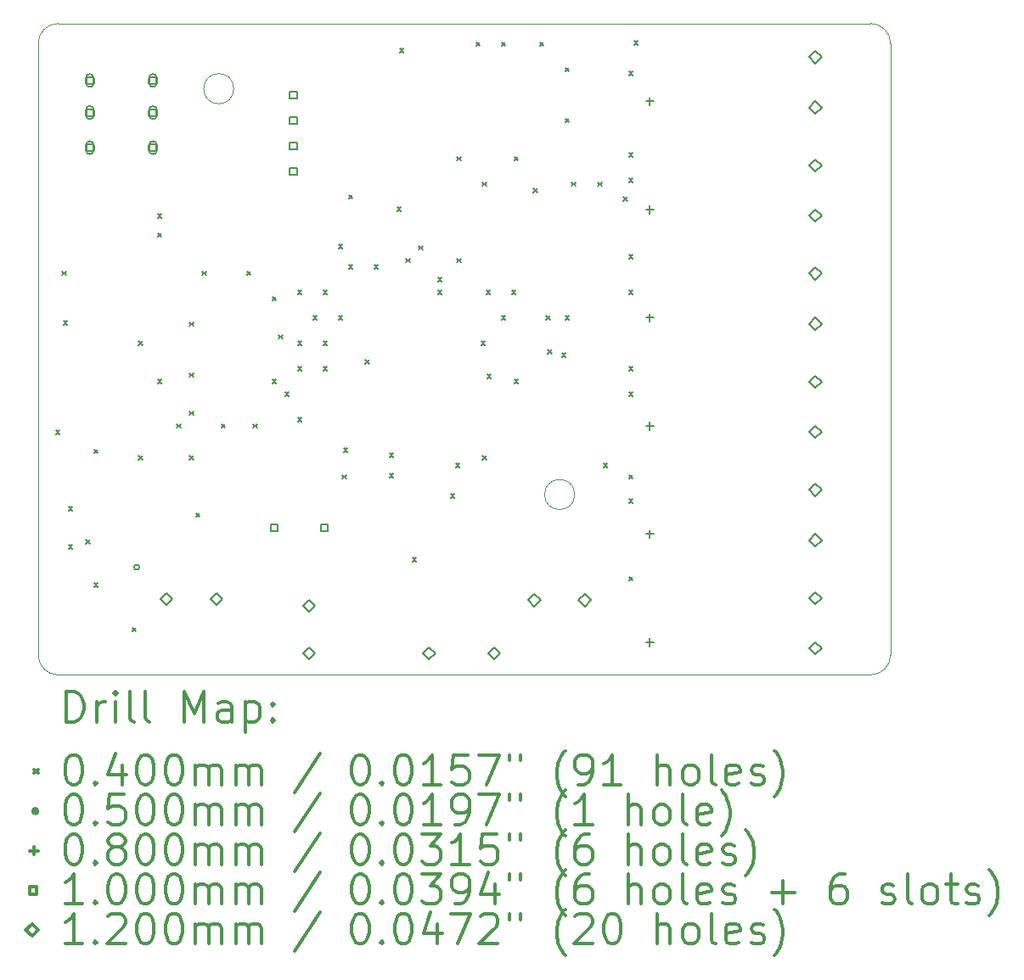
<source format=gbr>
%FSLAX45Y45*%
G04 Gerber Fmt 4.5, Leading zero omitted, Abs format (unit mm)*
G04 Created by KiCad (PCBNEW 5.1.10-88a1d61d58~90~ubuntu20.04.1) date 2021-08-15 15:08:53*
%MOMM*%
%LPD*%
G01*
G04 APERTURE LIST*
%TA.AperFunction,Profile*%
%ADD10C,0.050000*%
%TD*%
%ADD11C,0.200000*%
%ADD12C,0.300000*%
G04 APERTURE END LIST*
D10*
X18900000Y-5700000D02*
G75*
G02*
X19100000Y-5900000I0J-200000D01*
G01*
X19100000Y-12000000D02*
G75*
G02*
X18900000Y-12200000I-200000J0D01*
G01*
X10800000Y-12200000D02*
G75*
G02*
X10600000Y-12000000I0J200000D01*
G01*
X10600000Y-5900000D02*
G75*
G02*
X10800000Y-5700000I200000J0D01*
G01*
X19100000Y-5900000D02*
X19100000Y-12000000D01*
X10800000Y-5700000D02*
X18900000Y-5700000D01*
X10600000Y-12000000D02*
X10600000Y-5900000D01*
X18900000Y-12200000D02*
X10800000Y-12200000D01*
X12550000Y-6350000D02*
G75*
G03*
X12550000Y-6350000I-150000J0D01*
G01*
X15950000Y-10400000D02*
G75*
G03*
X15950000Y-10400000I-150000J0D01*
G01*
D11*
X10775000Y-9759000D02*
X10815000Y-9799000D01*
X10815000Y-9759000D02*
X10775000Y-9799000D01*
X10838500Y-8171500D02*
X10878500Y-8211500D01*
X10878500Y-8171500D02*
X10838500Y-8211500D01*
X10851200Y-8666800D02*
X10891200Y-8706800D01*
X10891200Y-8666800D02*
X10851200Y-8706800D01*
X10902000Y-10521000D02*
X10942000Y-10561000D01*
X10942000Y-10521000D02*
X10902000Y-10561000D01*
X10902000Y-10902000D02*
X10942000Y-10942000D01*
X10942000Y-10902000D02*
X10902000Y-10942000D01*
X11072944Y-10852501D02*
X11112944Y-10892501D01*
X11112944Y-10852501D02*
X11072944Y-10892501D01*
X11156000Y-9949500D02*
X11196000Y-9989500D01*
X11196000Y-9949500D02*
X11156000Y-9989500D01*
X11156000Y-11283000D02*
X11196000Y-11323000D01*
X11196000Y-11283000D02*
X11156000Y-11323000D01*
X11537000Y-11727500D02*
X11577000Y-11767500D01*
X11577000Y-11727500D02*
X11537000Y-11767500D01*
X11600500Y-8870000D02*
X11640500Y-8910000D01*
X11640500Y-8870000D02*
X11600500Y-8910000D01*
X11600500Y-10013000D02*
X11640500Y-10053000D01*
X11640500Y-10013000D02*
X11600500Y-10053000D01*
X11791000Y-7600000D02*
X11831000Y-7640000D01*
X11831000Y-7600000D02*
X11791000Y-7640000D01*
X11791000Y-7790500D02*
X11831000Y-7830500D01*
X11831000Y-7790500D02*
X11791000Y-7830500D01*
X11791000Y-9251000D02*
X11831000Y-9291000D01*
X11831000Y-9251000D02*
X11791000Y-9291000D01*
X11981500Y-9695500D02*
X12021500Y-9735500D01*
X12021500Y-9695500D02*
X11981500Y-9735500D01*
X12108500Y-8679500D02*
X12148500Y-8719500D01*
X12148500Y-8679500D02*
X12108500Y-8719500D01*
X12108500Y-9187500D02*
X12148500Y-9227500D01*
X12148500Y-9187500D02*
X12108500Y-9227500D01*
X12108500Y-9568500D02*
X12148500Y-9608500D01*
X12148500Y-9568500D02*
X12108500Y-9608500D01*
X12108500Y-10013000D02*
X12148500Y-10053000D01*
X12148500Y-10013000D02*
X12108500Y-10053000D01*
X12172000Y-10584500D02*
X12212000Y-10624500D01*
X12212000Y-10584500D02*
X12172000Y-10624500D01*
X12235500Y-8171500D02*
X12275500Y-8211500D01*
X12275500Y-8171500D02*
X12235500Y-8211500D01*
X12426000Y-9695500D02*
X12466000Y-9735500D01*
X12466000Y-9695500D02*
X12426000Y-9735500D01*
X12680000Y-8171500D02*
X12720000Y-8211500D01*
X12720000Y-8171500D02*
X12680000Y-8211500D01*
X12743500Y-9695500D02*
X12783500Y-9735500D01*
X12783500Y-9695500D02*
X12743500Y-9735500D01*
X12934000Y-8425500D02*
X12974000Y-8465500D01*
X12974000Y-8425500D02*
X12934000Y-8465500D01*
X12934000Y-9251000D02*
X12974000Y-9291000D01*
X12974000Y-9251000D02*
X12934000Y-9291000D01*
X12997500Y-8806500D02*
X13037500Y-8846500D01*
X13037500Y-8806500D02*
X12997500Y-8846500D01*
X13061000Y-9378000D02*
X13101000Y-9418000D01*
X13101000Y-9378000D02*
X13061000Y-9418000D01*
X13188000Y-8362000D02*
X13228000Y-8402000D01*
X13228000Y-8362000D02*
X13188000Y-8402000D01*
X13188000Y-8870000D02*
X13228000Y-8910000D01*
X13228000Y-8870000D02*
X13188000Y-8910000D01*
X13188000Y-9124000D02*
X13228000Y-9164000D01*
X13228000Y-9124000D02*
X13188000Y-9164000D01*
X13188000Y-9632000D02*
X13228000Y-9672000D01*
X13228000Y-9632000D02*
X13188000Y-9672000D01*
X13340400Y-8616000D02*
X13380400Y-8656000D01*
X13380400Y-8616000D02*
X13340400Y-8656000D01*
X13442000Y-8362000D02*
X13482000Y-8402000D01*
X13482000Y-8362000D02*
X13442000Y-8402000D01*
X13442000Y-8870000D02*
X13482000Y-8910000D01*
X13482000Y-8870000D02*
X13442000Y-8910000D01*
X13442000Y-9124000D02*
X13482000Y-9164000D01*
X13482000Y-9124000D02*
X13442000Y-9164000D01*
X13594400Y-7904800D02*
X13634400Y-7944800D01*
X13634400Y-7904800D02*
X13594400Y-7944800D01*
X13594400Y-8616000D02*
X13634400Y-8656000D01*
X13634400Y-8616000D02*
X13594400Y-8656000D01*
X13632500Y-10203500D02*
X13672500Y-10243500D01*
X13672500Y-10203500D02*
X13632500Y-10243500D01*
X13645200Y-9936800D02*
X13685200Y-9976800D01*
X13685200Y-9936800D02*
X13645200Y-9976800D01*
X13696000Y-7409500D02*
X13736000Y-7449500D01*
X13736000Y-7409500D02*
X13696000Y-7449500D01*
X13696000Y-8108000D02*
X13736000Y-8148000D01*
X13736000Y-8108000D02*
X13696000Y-8148000D01*
X13863930Y-9057650D02*
X13903930Y-9097650D01*
X13903930Y-9057650D02*
X13863930Y-9097650D01*
X13950000Y-8108000D02*
X13990000Y-8148000D01*
X13990000Y-8108000D02*
X13950000Y-8148000D01*
X14102400Y-9987600D02*
X14142400Y-10027600D01*
X14142400Y-9987600D02*
X14102400Y-10027600D01*
X14102400Y-10190800D02*
X14142400Y-10230800D01*
X14142400Y-10190800D02*
X14102400Y-10230800D01*
X14178092Y-7535338D02*
X14218092Y-7575338D01*
X14218092Y-7535338D02*
X14178092Y-7575338D01*
X14204000Y-5949000D02*
X14244000Y-5989000D01*
X14244000Y-5949000D02*
X14204000Y-5989000D01*
X14267500Y-8044500D02*
X14307500Y-8084500D01*
X14307500Y-8044500D02*
X14267500Y-8084500D01*
X14331000Y-11029000D02*
X14371000Y-11069000D01*
X14371000Y-11029000D02*
X14331000Y-11069000D01*
X14394500Y-7917500D02*
X14434500Y-7957500D01*
X14434500Y-7917500D02*
X14394500Y-7957500D01*
X14585000Y-8235000D02*
X14625000Y-8275000D01*
X14625000Y-8235000D02*
X14585000Y-8275000D01*
X14585000Y-8362000D02*
X14625000Y-8402000D01*
X14625000Y-8362000D02*
X14585000Y-8402000D01*
X14712000Y-10394000D02*
X14752000Y-10434000D01*
X14752000Y-10394000D02*
X14712000Y-10434000D01*
X14762800Y-10089200D02*
X14802800Y-10129200D01*
X14802800Y-10089200D02*
X14762800Y-10129200D01*
X14775500Y-7028500D02*
X14815500Y-7068500D01*
X14815500Y-7028500D02*
X14775500Y-7068500D01*
X14775500Y-8044500D02*
X14815500Y-8084500D01*
X14815500Y-8044500D02*
X14775500Y-8084500D01*
X14966000Y-5885500D02*
X15006000Y-5925500D01*
X15006000Y-5885500D02*
X14966000Y-5925500D01*
X15015925Y-8868514D02*
X15055925Y-8908514D01*
X15055925Y-8868514D02*
X15015925Y-8908514D01*
X15029500Y-7282500D02*
X15069500Y-7322500D01*
X15069500Y-7282500D02*
X15029500Y-7322500D01*
X15029500Y-10013000D02*
X15069500Y-10053000D01*
X15069500Y-10013000D02*
X15029500Y-10053000D01*
X15067600Y-8362000D02*
X15107600Y-8402000D01*
X15107600Y-8362000D02*
X15067600Y-8402000D01*
X15075047Y-9200183D02*
X15115047Y-9240183D01*
X15115047Y-9200183D02*
X15075047Y-9240183D01*
X15220000Y-5885500D02*
X15260000Y-5925500D01*
X15260000Y-5885500D02*
X15220000Y-5925500D01*
X15220000Y-8616000D02*
X15260000Y-8656000D01*
X15260000Y-8616000D02*
X15220000Y-8656000D01*
X15321600Y-8362000D02*
X15361600Y-8402000D01*
X15361600Y-8362000D02*
X15321600Y-8402000D01*
X15347000Y-7028500D02*
X15387000Y-7068500D01*
X15387000Y-7028500D02*
X15347000Y-7068500D01*
X15347000Y-9251000D02*
X15387000Y-9291000D01*
X15387000Y-9251000D02*
X15347000Y-9291000D01*
X15537500Y-7346000D02*
X15577500Y-7386000D01*
X15577500Y-7346000D02*
X15537500Y-7386000D01*
X15601000Y-5885500D02*
X15641000Y-5925500D01*
X15641000Y-5885500D02*
X15601000Y-5925500D01*
X15664500Y-8616000D02*
X15704500Y-8656000D01*
X15704500Y-8616000D02*
X15664500Y-8656000D01*
X15684016Y-8953016D02*
X15724016Y-8993016D01*
X15724016Y-8953016D02*
X15684016Y-8993016D01*
X15820356Y-8986824D02*
X15860356Y-9026824D01*
X15860356Y-8986824D02*
X15820356Y-9026824D01*
X15855000Y-6139500D02*
X15895000Y-6179500D01*
X15895000Y-6139500D02*
X15855000Y-6179500D01*
X15855000Y-6647500D02*
X15895000Y-6687500D01*
X15895000Y-6647500D02*
X15855000Y-6687500D01*
X15855000Y-8616000D02*
X15895000Y-8656000D01*
X15895000Y-8616000D02*
X15855000Y-8656000D01*
X15918500Y-7282500D02*
X15958500Y-7322500D01*
X15958500Y-7282500D02*
X15918500Y-7322500D01*
X16181501Y-7282500D02*
X16221501Y-7322500D01*
X16221501Y-7282500D02*
X16181501Y-7322500D01*
X16236000Y-10089200D02*
X16276000Y-10129200D01*
X16276000Y-10089200D02*
X16236000Y-10129200D01*
X16436055Y-7433623D02*
X16476055Y-7473623D01*
X16476055Y-7433623D02*
X16436055Y-7473623D01*
X16490000Y-6177600D02*
X16530000Y-6217600D01*
X16530000Y-6177600D02*
X16490000Y-6217600D01*
X16490000Y-6990400D02*
X16530000Y-7030400D01*
X16530000Y-6990400D02*
X16490000Y-7030400D01*
X16490000Y-7244400D02*
X16530000Y-7284400D01*
X16530000Y-7244400D02*
X16490000Y-7284400D01*
X16490000Y-8006400D02*
X16530000Y-8046400D01*
X16530000Y-8006400D02*
X16490000Y-8046400D01*
X16490000Y-8362000D02*
X16530000Y-8402000D01*
X16530000Y-8362000D02*
X16490000Y-8402000D01*
X16490000Y-9124000D02*
X16530000Y-9164000D01*
X16530000Y-9124000D02*
X16490000Y-9164000D01*
X16490000Y-9378000D02*
X16530000Y-9418000D01*
X16530000Y-9378000D02*
X16490000Y-9418000D01*
X16490000Y-10203500D02*
X16530000Y-10243500D01*
X16530000Y-10203500D02*
X16490000Y-10243500D01*
X16490000Y-10444800D02*
X16530000Y-10484800D01*
X16530000Y-10444800D02*
X16490000Y-10484800D01*
X16490000Y-11219500D02*
X16530000Y-11259500D01*
X16530000Y-11219500D02*
X16490000Y-11259500D01*
X16540800Y-5872800D02*
X16580800Y-5912800D01*
X16580800Y-5872800D02*
X16540800Y-5912800D01*
X11607400Y-11125200D02*
G75*
G03*
X11607400Y-11125200I-25000J0D01*
G01*
X16700500Y-6437000D02*
X16700500Y-6517000D01*
X16660500Y-6477000D02*
X16740500Y-6477000D01*
X16700500Y-7516500D02*
X16700500Y-7596500D01*
X16660500Y-7556500D02*
X16740500Y-7556500D01*
X16700500Y-8596000D02*
X16700500Y-8676000D01*
X16660500Y-8636000D02*
X16740500Y-8636000D01*
X16700500Y-9675500D02*
X16700500Y-9755500D01*
X16660500Y-9715500D02*
X16740500Y-9715500D01*
X16700500Y-10755000D02*
X16700500Y-10835000D01*
X16660500Y-10795000D02*
X16740500Y-10795000D01*
X16700500Y-11834500D02*
X16700500Y-11914500D01*
X16660500Y-11874500D02*
X16740500Y-11874500D01*
X11150356Y-6304356D02*
X11150356Y-6233644D01*
X11079644Y-6233644D01*
X11079644Y-6304356D01*
X11150356Y-6304356D01*
X11075000Y-6244000D02*
X11075000Y-6294000D01*
X11155000Y-6244000D02*
X11155000Y-6294000D01*
X11075000Y-6294000D02*
G75*
G03*
X11155000Y-6294000I40000J0D01*
G01*
X11155000Y-6244000D02*
G75*
G03*
X11075000Y-6244000I-40000J0D01*
G01*
X11150356Y-6624356D02*
X11150356Y-6553644D01*
X11079644Y-6553644D01*
X11079644Y-6624356D01*
X11150356Y-6624356D01*
X11075000Y-6564000D02*
X11075000Y-6614000D01*
X11155000Y-6564000D02*
X11155000Y-6614000D01*
X11075000Y-6614000D02*
G75*
G03*
X11155000Y-6614000I40000J0D01*
G01*
X11155000Y-6564000D02*
G75*
G03*
X11075000Y-6564000I-40000J0D01*
G01*
X11150356Y-6974356D02*
X11150356Y-6903644D01*
X11079644Y-6903644D01*
X11079644Y-6974356D01*
X11150356Y-6974356D01*
X11075000Y-6914000D02*
X11075000Y-6964000D01*
X11155000Y-6914000D02*
X11155000Y-6964000D01*
X11075000Y-6964000D02*
G75*
G03*
X11155000Y-6964000I40000J0D01*
G01*
X11155000Y-6914000D02*
G75*
G03*
X11075000Y-6914000I-40000J0D01*
G01*
X11780356Y-6304356D02*
X11780356Y-6233644D01*
X11709644Y-6233644D01*
X11709644Y-6304356D01*
X11780356Y-6304356D01*
X11705000Y-6244000D02*
X11705000Y-6294000D01*
X11785000Y-6244000D02*
X11785000Y-6294000D01*
X11705000Y-6294000D02*
G75*
G03*
X11785000Y-6294000I40000J0D01*
G01*
X11785000Y-6244000D02*
G75*
G03*
X11705000Y-6244000I-40000J0D01*
G01*
X11780356Y-6624356D02*
X11780356Y-6553644D01*
X11709644Y-6553644D01*
X11709644Y-6624356D01*
X11780356Y-6624356D01*
X11705000Y-6564000D02*
X11705000Y-6614000D01*
X11785000Y-6564000D02*
X11785000Y-6614000D01*
X11705000Y-6614000D02*
G75*
G03*
X11785000Y-6614000I40000J0D01*
G01*
X11785000Y-6564000D02*
G75*
G03*
X11705000Y-6564000I-40000J0D01*
G01*
X11780356Y-6974356D02*
X11780356Y-6903644D01*
X11709644Y-6903644D01*
X11709644Y-6974356D01*
X11780356Y-6974356D01*
X11705000Y-6914000D02*
X11705000Y-6964000D01*
X11785000Y-6914000D02*
X11785000Y-6964000D01*
X11705000Y-6964000D02*
G75*
G03*
X11785000Y-6964000I40000J0D01*
G01*
X11785000Y-6914000D02*
G75*
G03*
X11705000Y-6914000I-40000J0D01*
G01*
X12989356Y-10766856D02*
X12989356Y-10696144D01*
X12918644Y-10696144D01*
X12918644Y-10766856D01*
X12989356Y-10766856D01*
X13179856Y-6448856D02*
X13179856Y-6378144D01*
X13109144Y-6378144D01*
X13109144Y-6448856D01*
X13179856Y-6448856D01*
X13179856Y-6702856D02*
X13179856Y-6632144D01*
X13109144Y-6632144D01*
X13109144Y-6702856D01*
X13179856Y-6702856D01*
X13179856Y-6956856D02*
X13179856Y-6886144D01*
X13109144Y-6886144D01*
X13109144Y-6956856D01*
X13179856Y-6956856D01*
X13179856Y-7210856D02*
X13179856Y-7140144D01*
X13109144Y-7140144D01*
X13109144Y-7210856D01*
X13179856Y-7210856D01*
X13489356Y-10766856D02*
X13489356Y-10696144D01*
X13418644Y-10696144D01*
X13418644Y-10766856D01*
X13489356Y-10766856D01*
X11878500Y-11502700D02*
X11938500Y-11442700D01*
X11878500Y-11382700D01*
X11818500Y-11442700D01*
X11878500Y-11502700D01*
X12378500Y-11502700D02*
X12438500Y-11442700D01*
X12378500Y-11382700D01*
X12318500Y-11442700D01*
X12378500Y-11502700D01*
X13299000Y-11572500D02*
X13359000Y-11512500D01*
X13299000Y-11452500D01*
X13239000Y-11512500D01*
X13299000Y-11572500D01*
X13299000Y-12042500D02*
X13359000Y-11982500D01*
X13299000Y-11922500D01*
X13239000Y-11982500D01*
X13299000Y-12042500D01*
X14499000Y-12042500D02*
X14559000Y-11982500D01*
X14499000Y-11922500D01*
X14439000Y-11982500D01*
X14499000Y-12042500D01*
X15149000Y-12042500D02*
X15209000Y-11982500D01*
X15149000Y-11922500D01*
X15089000Y-11982500D01*
X15149000Y-12042500D01*
X15548800Y-11515400D02*
X15608800Y-11455400D01*
X15548800Y-11395400D01*
X15488800Y-11455400D01*
X15548800Y-11515400D01*
X16048800Y-11515400D02*
X16108800Y-11455400D01*
X16048800Y-11395400D01*
X15988800Y-11455400D01*
X16048800Y-11515400D01*
X18351500Y-6096500D02*
X18411500Y-6036500D01*
X18351500Y-5976500D01*
X18291500Y-6036500D01*
X18351500Y-6096500D01*
X18351500Y-6596500D02*
X18411500Y-6536500D01*
X18351500Y-6476500D01*
X18291500Y-6536500D01*
X18351500Y-6596500D01*
X18351500Y-7176000D02*
X18411500Y-7116000D01*
X18351500Y-7056000D01*
X18291500Y-7116000D01*
X18351500Y-7176000D01*
X18351500Y-7676000D02*
X18411500Y-7616000D01*
X18351500Y-7556000D01*
X18291500Y-7616000D01*
X18351500Y-7676000D01*
X18351500Y-8255500D02*
X18411500Y-8195500D01*
X18351500Y-8135500D01*
X18291500Y-8195500D01*
X18351500Y-8255500D01*
X18351500Y-8755500D02*
X18411500Y-8695500D01*
X18351500Y-8635500D01*
X18291500Y-8695500D01*
X18351500Y-8755500D01*
X18351500Y-9335000D02*
X18411500Y-9275000D01*
X18351500Y-9215000D01*
X18291500Y-9275000D01*
X18351500Y-9335000D01*
X18351500Y-9835000D02*
X18411500Y-9775000D01*
X18351500Y-9715000D01*
X18291500Y-9775000D01*
X18351500Y-9835000D01*
X18351500Y-10414500D02*
X18411500Y-10354500D01*
X18351500Y-10294500D01*
X18291500Y-10354500D01*
X18351500Y-10414500D01*
X18351500Y-10914500D02*
X18411500Y-10854500D01*
X18351500Y-10794500D01*
X18291500Y-10854500D01*
X18351500Y-10914500D01*
X18351500Y-11494000D02*
X18411500Y-11434000D01*
X18351500Y-11374000D01*
X18291500Y-11434000D01*
X18351500Y-11494000D01*
X18351500Y-11994000D02*
X18411500Y-11934000D01*
X18351500Y-11874000D01*
X18291500Y-11934000D01*
X18351500Y-11994000D01*
D12*
X10883928Y-12668214D02*
X10883928Y-12368214D01*
X10955357Y-12368214D01*
X10998214Y-12382500D01*
X11026786Y-12411071D01*
X11041071Y-12439643D01*
X11055357Y-12496786D01*
X11055357Y-12539643D01*
X11041071Y-12596786D01*
X11026786Y-12625357D01*
X10998214Y-12653929D01*
X10955357Y-12668214D01*
X10883928Y-12668214D01*
X11183928Y-12668214D02*
X11183928Y-12468214D01*
X11183928Y-12525357D02*
X11198214Y-12496786D01*
X11212500Y-12482500D01*
X11241071Y-12468214D01*
X11269643Y-12468214D01*
X11369643Y-12668214D02*
X11369643Y-12468214D01*
X11369643Y-12368214D02*
X11355357Y-12382500D01*
X11369643Y-12396786D01*
X11383928Y-12382500D01*
X11369643Y-12368214D01*
X11369643Y-12396786D01*
X11555357Y-12668214D02*
X11526786Y-12653929D01*
X11512500Y-12625357D01*
X11512500Y-12368214D01*
X11712500Y-12668214D02*
X11683928Y-12653929D01*
X11669643Y-12625357D01*
X11669643Y-12368214D01*
X12055357Y-12668214D02*
X12055357Y-12368214D01*
X12155357Y-12582500D01*
X12255357Y-12368214D01*
X12255357Y-12668214D01*
X12526786Y-12668214D02*
X12526786Y-12511071D01*
X12512500Y-12482500D01*
X12483928Y-12468214D01*
X12426786Y-12468214D01*
X12398214Y-12482500D01*
X12526786Y-12653929D02*
X12498214Y-12668214D01*
X12426786Y-12668214D01*
X12398214Y-12653929D01*
X12383928Y-12625357D01*
X12383928Y-12596786D01*
X12398214Y-12568214D01*
X12426786Y-12553929D01*
X12498214Y-12553929D01*
X12526786Y-12539643D01*
X12669643Y-12468214D02*
X12669643Y-12768214D01*
X12669643Y-12482500D02*
X12698214Y-12468214D01*
X12755357Y-12468214D01*
X12783928Y-12482500D01*
X12798214Y-12496786D01*
X12812500Y-12525357D01*
X12812500Y-12611071D01*
X12798214Y-12639643D01*
X12783928Y-12653929D01*
X12755357Y-12668214D01*
X12698214Y-12668214D01*
X12669643Y-12653929D01*
X12941071Y-12639643D02*
X12955357Y-12653929D01*
X12941071Y-12668214D01*
X12926786Y-12653929D01*
X12941071Y-12639643D01*
X12941071Y-12668214D01*
X12941071Y-12482500D02*
X12955357Y-12496786D01*
X12941071Y-12511071D01*
X12926786Y-12496786D01*
X12941071Y-12482500D01*
X12941071Y-12511071D01*
X10557500Y-13142500D02*
X10597500Y-13182500D01*
X10597500Y-13142500D02*
X10557500Y-13182500D01*
X10941071Y-12998214D02*
X10969643Y-12998214D01*
X10998214Y-13012500D01*
X11012500Y-13026786D01*
X11026786Y-13055357D01*
X11041071Y-13112500D01*
X11041071Y-13183929D01*
X11026786Y-13241071D01*
X11012500Y-13269643D01*
X10998214Y-13283929D01*
X10969643Y-13298214D01*
X10941071Y-13298214D01*
X10912500Y-13283929D01*
X10898214Y-13269643D01*
X10883928Y-13241071D01*
X10869643Y-13183929D01*
X10869643Y-13112500D01*
X10883928Y-13055357D01*
X10898214Y-13026786D01*
X10912500Y-13012500D01*
X10941071Y-12998214D01*
X11169643Y-13269643D02*
X11183928Y-13283929D01*
X11169643Y-13298214D01*
X11155357Y-13283929D01*
X11169643Y-13269643D01*
X11169643Y-13298214D01*
X11441071Y-13098214D02*
X11441071Y-13298214D01*
X11369643Y-12983929D02*
X11298214Y-13198214D01*
X11483928Y-13198214D01*
X11655357Y-12998214D02*
X11683928Y-12998214D01*
X11712500Y-13012500D01*
X11726786Y-13026786D01*
X11741071Y-13055357D01*
X11755357Y-13112500D01*
X11755357Y-13183929D01*
X11741071Y-13241071D01*
X11726786Y-13269643D01*
X11712500Y-13283929D01*
X11683928Y-13298214D01*
X11655357Y-13298214D01*
X11626786Y-13283929D01*
X11612500Y-13269643D01*
X11598214Y-13241071D01*
X11583928Y-13183929D01*
X11583928Y-13112500D01*
X11598214Y-13055357D01*
X11612500Y-13026786D01*
X11626786Y-13012500D01*
X11655357Y-12998214D01*
X11941071Y-12998214D02*
X11969643Y-12998214D01*
X11998214Y-13012500D01*
X12012500Y-13026786D01*
X12026786Y-13055357D01*
X12041071Y-13112500D01*
X12041071Y-13183929D01*
X12026786Y-13241071D01*
X12012500Y-13269643D01*
X11998214Y-13283929D01*
X11969643Y-13298214D01*
X11941071Y-13298214D01*
X11912500Y-13283929D01*
X11898214Y-13269643D01*
X11883928Y-13241071D01*
X11869643Y-13183929D01*
X11869643Y-13112500D01*
X11883928Y-13055357D01*
X11898214Y-13026786D01*
X11912500Y-13012500D01*
X11941071Y-12998214D01*
X12169643Y-13298214D02*
X12169643Y-13098214D01*
X12169643Y-13126786D02*
X12183928Y-13112500D01*
X12212500Y-13098214D01*
X12255357Y-13098214D01*
X12283928Y-13112500D01*
X12298214Y-13141071D01*
X12298214Y-13298214D01*
X12298214Y-13141071D02*
X12312500Y-13112500D01*
X12341071Y-13098214D01*
X12383928Y-13098214D01*
X12412500Y-13112500D01*
X12426786Y-13141071D01*
X12426786Y-13298214D01*
X12569643Y-13298214D02*
X12569643Y-13098214D01*
X12569643Y-13126786D02*
X12583928Y-13112500D01*
X12612500Y-13098214D01*
X12655357Y-13098214D01*
X12683928Y-13112500D01*
X12698214Y-13141071D01*
X12698214Y-13298214D01*
X12698214Y-13141071D02*
X12712500Y-13112500D01*
X12741071Y-13098214D01*
X12783928Y-13098214D01*
X12812500Y-13112500D01*
X12826786Y-13141071D01*
X12826786Y-13298214D01*
X13412500Y-12983929D02*
X13155357Y-13369643D01*
X13798214Y-12998214D02*
X13826786Y-12998214D01*
X13855357Y-13012500D01*
X13869643Y-13026786D01*
X13883928Y-13055357D01*
X13898214Y-13112500D01*
X13898214Y-13183929D01*
X13883928Y-13241071D01*
X13869643Y-13269643D01*
X13855357Y-13283929D01*
X13826786Y-13298214D01*
X13798214Y-13298214D01*
X13769643Y-13283929D01*
X13755357Y-13269643D01*
X13741071Y-13241071D01*
X13726786Y-13183929D01*
X13726786Y-13112500D01*
X13741071Y-13055357D01*
X13755357Y-13026786D01*
X13769643Y-13012500D01*
X13798214Y-12998214D01*
X14026786Y-13269643D02*
X14041071Y-13283929D01*
X14026786Y-13298214D01*
X14012500Y-13283929D01*
X14026786Y-13269643D01*
X14026786Y-13298214D01*
X14226786Y-12998214D02*
X14255357Y-12998214D01*
X14283928Y-13012500D01*
X14298214Y-13026786D01*
X14312500Y-13055357D01*
X14326786Y-13112500D01*
X14326786Y-13183929D01*
X14312500Y-13241071D01*
X14298214Y-13269643D01*
X14283928Y-13283929D01*
X14255357Y-13298214D01*
X14226786Y-13298214D01*
X14198214Y-13283929D01*
X14183928Y-13269643D01*
X14169643Y-13241071D01*
X14155357Y-13183929D01*
X14155357Y-13112500D01*
X14169643Y-13055357D01*
X14183928Y-13026786D01*
X14198214Y-13012500D01*
X14226786Y-12998214D01*
X14612500Y-13298214D02*
X14441071Y-13298214D01*
X14526786Y-13298214D02*
X14526786Y-12998214D01*
X14498214Y-13041071D01*
X14469643Y-13069643D01*
X14441071Y-13083929D01*
X14883928Y-12998214D02*
X14741071Y-12998214D01*
X14726786Y-13141071D01*
X14741071Y-13126786D01*
X14769643Y-13112500D01*
X14841071Y-13112500D01*
X14869643Y-13126786D01*
X14883928Y-13141071D01*
X14898214Y-13169643D01*
X14898214Y-13241071D01*
X14883928Y-13269643D01*
X14869643Y-13283929D01*
X14841071Y-13298214D01*
X14769643Y-13298214D01*
X14741071Y-13283929D01*
X14726786Y-13269643D01*
X14998214Y-12998214D02*
X15198214Y-12998214D01*
X15069643Y-13298214D01*
X15298214Y-12998214D02*
X15298214Y-13055357D01*
X15412500Y-12998214D02*
X15412500Y-13055357D01*
X15855357Y-13412500D02*
X15841071Y-13398214D01*
X15812500Y-13355357D01*
X15798214Y-13326786D01*
X15783928Y-13283929D01*
X15769643Y-13212500D01*
X15769643Y-13155357D01*
X15783928Y-13083929D01*
X15798214Y-13041071D01*
X15812500Y-13012500D01*
X15841071Y-12969643D01*
X15855357Y-12955357D01*
X15983928Y-13298214D02*
X16041071Y-13298214D01*
X16069643Y-13283929D01*
X16083928Y-13269643D01*
X16112500Y-13226786D01*
X16126786Y-13169643D01*
X16126786Y-13055357D01*
X16112500Y-13026786D01*
X16098214Y-13012500D01*
X16069643Y-12998214D01*
X16012500Y-12998214D01*
X15983928Y-13012500D01*
X15969643Y-13026786D01*
X15955357Y-13055357D01*
X15955357Y-13126786D01*
X15969643Y-13155357D01*
X15983928Y-13169643D01*
X16012500Y-13183929D01*
X16069643Y-13183929D01*
X16098214Y-13169643D01*
X16112500Y-13155357D01*
X16126786Y-13126786D01*
X16412500Y-13298214D02*
X16241071Y-13298214D01*
X16326786Y-13298214D02*
X16326786Y-12998214D01*
X16298214Y-13041071D01*
X16269643Y-13069643D01*
X16241071Y-13083929D01*
X16769643Y-13298214D02*
X16769643Y-12998214D01*
X16898214Y-13298214D02*
X16898214Y-13141071D01*
X16883928Y-13112500D01*
X16855357Y-13098214D01*
X16812500Y-13098214D01*
X16783928Y-13112500D01*
X16769643Y-13126786D01*
X17083928Y-13298214D02*
X17055357Y-13283929D01*
X17041071Y-13269643D01*
X17026786Y-13241071D01*
X17026786Y-13155357D01*
X17041071Y-13126786D01*
X17055357Y-13112500D01*
X17083928Y-13098214D01*
X17126786Y-13098214D01*
X17155357Y-13112500D01*
X17169643Y-13126786D01*
X17183928Y-13155357D01*
X17183928Y-13241071D01*
X17169643Y-13269643D01*
X17155357Y-13283929D01*
X17126786Y-13298214D01*
X17083928Y-13298214D01*
X17355357Y-13298214D02*
X17326786Y-13283929D01*
X17312500Y-13255357D01*
X17312500Y-12998214D01*
X17583928Y-13283929D02*
X17555357Y-13298214D01*
X17498214Y-13298214D01*
X17469643Y-13283929D01*
X17455357Y-13255357D01*
X17455357Y-13141071D01*
X17469643Y-13112500D01*
X17498214Y-13098214D01*
X17555357Y-13098214D01*
X17583928Y-13112500D01*
X17598214Y-13141071D01*
X17598214Y-13169643D01*
X17455357Y-13198214D01*
X17712500Y-13283929D02*
X17741071Y-13298214D01*
X17798214Y-13298214D01*
X17826786Y-13283929D01*
X17841071Y-13255357D01*
X17841071Y-13241071D01*
X17826786Y-13212500D01*
X17798214Y-13198214D01*
X17755357Y-13198214D01*
X17726786Y-13183929D01*
X17712500Y-13155357D01*
X17712500Y-13141071D01*
X17726786Y-13112500D01*
X17755357Y-13098214D01*
X17798214Y-13098214D01*
X17826786Y-13112500D01*
X17941071Y-13412500D02*
X17955357Y-13398214D01*
X17983928Y-13355357D01*
X17998214Y-13326786D01*
X18012500Y-13283929D01*
X18026786Y-13212500D01*
X18026786Y-13155357D01*
X18012500Y-13083929D01*
X17998214Y-13041071D01*
X17983928Y-13012500D01*
X17955357Y-12969643D01*
X17941071Y-12955357D01*
X10597500Y-13558500D02*
G75*
G03*
X10597500Y-13558500I-25000J0D01*
G01*
X10941071Y-13394214D02*
X10969643Y-13394214D01*
X10998214Y-13408500D01*
X11012500Y-13422786D01*
X11026786Y-13451357D01*
X11041071Y-13508500D01*
X11041071Y-13579929D01*
X11026786Y-13637071D01*
X11012500Y-13665643D01*
X10998214Y-13679929D01*
X10969643Y-13694214D01*
X10941071Y-13694214D01*
X10912500Y-13679929D01*
X10898214Y-13665643D01*
X10883928Y-13637071D01*
X10869643Y-13579929D01*
X10869643Y-13508500D01*
X10883928Y-13451357D01*
X10898214Y-13422786D01*
X10912500Y-13408500D01*
X10941071Y-13394214D01*
X11169643Y-13665643D02*
X11183928Y-13679929D01*
X11169643Y-13694214D01*
X11155357Y-13679929D01*
X11169643Y-13665643D01*
X11169643Y-13694214D01*
X11455357Y-13394214D02*
X11312500Y-13394214D01*
X11298214Y-13537071D01*
X11312500Y-13522786D01*
X11341071Y-13508500D01*
X11412500Y-13508500D01*
X11441071Y-13522786D01*
X11455357Y-13537071D01*
X11469643Y-13565643D01*
X11469643Y-13637071D01*
X11455357Y-13665643D01*
X11441071Y-13679929D01*
X11412500Y-13694214D01*
X11341071Y-13694214D01*
X11312500Y-13679929D01*
X11298214Y-13665643D01*
X11655357Y-13394214D02*
X11683928Y-13394214D01*
X11712500Y-13408500D01*
X11726786Y-13422786D01*
X11741071Y-13451357D01*
X11755357Y-13508500D01*
X11755357Y-13579929D01*
X11741071Y-13637071D01*
X11726786Y-13665643D01*
X11712500Y-13679929D01*
X11683928Y-13694214D01*
X11655357Y-13694214D01*
X11626786Y-13679929D01*
X11612500Y-13665643D01*
X11598214Y-13637071D01*
X11583928Y-13579929D01*
X11583928Y-13508500D01*
X11598214Y-13451357D01*
X11612500Y-13422786D01*
X11626786Y-13408500D01*
X11655357Y-13394214D01*
X11941071Y-13394214D02*
X11969643Y-13394214D01*
X11998214Y-13408500D01*
X12012500Y-13422786D01*
X12026786Y-13451357D01*
X12041071Y-13508500D01*
X12041071Y-13579929D01*
X12026786Y-13637071D01*
X12012500Y-13665643D01*
X11998214Y-13679929D01*
X11969643Y-13694214D01*
X11941071Y-13694214D01*
X11912500Y-13679929D01*
X11898214Y-13665643D01*
X11883928Y-13637071D01*
X11869643Y-13579929D01*
X11869643Y-13508500D01*
X11883928Y-13451357D01*
X11898214Y-13422786D01*
X11912500Y-13408500D01*
X11941071Y-13394214D01*
X12169643Y-13694214D02*
X12169643Y-13494214D01*
X12169643Y-13522786D02*
X12183928Y-13508500D01*
X12212500Y-13494214D01*
X12255357Y-13494214D01*
X12283928Y-13508500D01*
X12298214Y-13537071D01*
X12298214Y-13694214D01*
X12298214Y-13537071D02*
X12312500Y-13508500D01*
X12341071Y-13494214D01*
X12383928Y-13494214D01*
X12412500Y-13508500D01*
X12426786Y-13537071D01*
X12426786Y-13694214D01*
X12569643Y-13694214D02*
X12569643Y-13494214D01*
X12569643Y-13522786D02*
X12583928Y-13508500D01*
X12612500Y-13494214D01*
X12655357Y-13494214D01*
X12683928Y-13508500D01*
X12698214Y-13537071D01*
X12698214Y-13694214D01*
X12698214Y-13537071D02*
X12712500Y-13508500D01*
X12741071Y-13494214D01*
X12783928Y-13494214D01*
X12812500Y-13508500D01*
X12826786Y-13537071D01*
X12826786Y-13694214D01*
X13412500Y-13379929D02*
X13155357Y-13765643D01*
X13798214Y-13394214D02*
X13826786Y-13394214D01*
X13855357Y-13408500D01*
X13869643Y-13422786D01*
X13883928Y-13451357D01*
X13898214Y-13508500D01*
X13898214Y-13579929D01*
X13883928Y-13637071D01*
X13869643Y-13665643D01*
X13855357Y-13679929D01*
X13826786Y-13694214D01*
X13798214Y-13694214D01*
X13769643Y-13679929D01*
X13755357Y-13665643D01*
X13741071Y-13637071D01*
X13726786Y-13579929D01*
X13726786Y-13508500D01*
X13741071Y-13451357D01*
X13755357Y-13422786D01*
X13769643Y-13408500D01*
X13798214Y-13394214D01*
X14026786Y-13665643D02*
X14041071Y-13679929D01*
X14026786Y-13694214D01*
X14012500Y-13679929D01*
X14026786Y-13665643D01*
X14026786Y-13694214D01*
X14226786Y-13394214D02*
X14255357Y-13394214D01*
X14283928Y-13408500D01*
X14298214Y-13422786D01*
X14312500Y-13451357D01*
X14326786Y-13508500D01*
X14326786Y-13579929D01*
X14312500Y-13637071D01*
X14298214Y-13665643D01*
X14283928Y-13679929D01*
X14255357Y-13694214D01*
X14226786Y-13694214D01*
X14198214Y-13679929D01*
X14183928Y-13665643D01*
X14169643Y-13637071D01*
X14155357Y-13579929D01*
X14155357Y-13508500D01*
X14169643Y-13451357D01*
X14183928Y-13422786D01*
X14198214Y-13408500D01*
X14226786Y-13394214D01*
X14612500Y-13694214D02*
X14441071Y-13694214D01*
X14526786Y-13694214D02*
X14526786Y-13394214D01*
X14498214Y-13437071D01*
X14469643Y-13465643D01*
X14441071Y-13479929D01*
X14755357Y-13694214D02*
X14812500Y-13694214D01*
X14841071Y-13679929D01*
X14855357Y-13665643D01*
X14883928Y-13622786D01*
X14898214Y-13565643D01*
X14898214Y-13451357D01*
X14883928Y-13422786D01*
X14869643Y-13408500D01*
X14841071Y-13394214D01*
X14783928Y-13394214D01*
X14755357Y-13408500D01*
X14741071Y-13422786D01*
X14726786Y-13451357D01*
X14726786Y-13522786D01*
X14741071Y-13551357D01*
X14755357Y-13565643D01*
X14783928Y-13579929D01*
X14841071Y-13579929D01*
X14869643Y-13565643D01*
X14883928Y-13551357D01*
X14898214Y-13522786D01*
X14998214Y-13394214D02*
X15198214Y-13394214D01*
X15069643Y-13694214D01*
X15298214Y-13394214D02*
X15298214Y-13451357D01*
X15412500Y-13394214D02*
X15412500Y-13451357D01*
X15855357Y-13808500D02*
X15841071Y-13794214D01*
X15812500Y-13751357D01*
X15798214Y-13722786D01*
X15783928Y-13679929D01*
X15769643Y-13608500D01*
X15769643Y-13551357D01*
X15783928Y-13479929D01*
X15798214Y-13437071D01*
X15812500Y-13408500D01*
X15841071Y-13365643D01*
X15855357Y-13351357D01*
X16126786Y-13694214D02*
X15955357Y-13694214D01*
X16041071Y-13694214D02*
X16041071Y-13394214D01*
X16012500Y-13437071D01*
X15983928Y-13465643D01*
X15955357Y-13479929D01*
X16483928Y-13694214D02*
X16483928Y-13394214D01*
X16612500Y-13694214D02*
X16612500Y-13537071D01*
X16598214Y-13508500D01*
X16569643Y-13494214D01*
X16526786Y-13494214D01*
X16498214Y-13508500D01*
X16483928Y-13522786D01*
X16798214Y-13694214D02*
X16769643Y-13679929D01*
X16755357Y-13665643D01*
X16741071Y-13637071D01*
X16741071Y-13551357D01*
X16755357Y-13522786D01*
X16769643Y-13508500D01*
X16798214Y-13494214D01*
X16841071Y-13494214D01*
X16869643Y-13508500D01*
X16883928Y-13522786D01*
X16898214Y-13551357D01*
X16898214Y-13637071D01*
X16883928Y-13665643D01*
X16869643Y-13679929D01*
X16841071Y-13694214D01*
X16798214Y-13694214D01*
X17069643Y-13694214D02*
X17041071Y-13679929D01*
X17026786Y-13651357D01*
X17026786Y-13394214D01*
X17298214Y-13679929D02*
X17269643Y-13694214D01*
X17212500Y-13694214D01*
X17183928Y-13679929D01*
X17169643Y-13651357D01*
X17169643Y-13537071D01*
X17183928Y-13508500D01*
X17212500Y-13494214D01*
X17269643Y-13494214D01*
X17298214Y-13508500D01*
X17312500Y-13537071D01*
X17312500Y-13565643D01*
X17169643Y-13594214D01*
X17412500Y-13808500D02*
X17426786Y-13794214D01*
X17455357Y-13751357D01*
X17469643Y-13722786D01*
X17483928Y-13679929D01*
X17498214Y-13608500D01*
X17498214Y-13551357D01*
X17483928Y-13479929D01*
X17469643Y-13437071D01*
X17455357Y-13408500D01*
X17426786Y-13365643D01*
X17412500Y-13351357D01*
X10557500Y-13914500D02*
X10557500Y-13994500D01*
X10517500Y-13954500D02*
X10597500Y-13954500D01*
X10941071Y-13790214D02*
X10969643Y-13790214D01*
X10998214Y-13804500D01*
X11012500Y-13818786D01*
X11026786Y-13847357D01*
X11041071Y-13904500D01*
X11041071Y-13975929D01*
X11026786Y-14033071D01*
X11012500Y-14061643D01*
X10998214Y-14075929D01*
X10969643Y-14090214D01*
X10941071Y-14090214D01*
X10912500Y-14075929D01*
X10898214Y-14061643D01*
X10883928Y-14033071D01*
X10869643Y-13975929D01*
X10869643Y-13904500D01*
X10883928Y-13847357D01*
X10898214Y-13818786D01*
X10912500Y-13804500D01*
X10941071Y-13790214D01*
X11169643Y-14061643D02*
X11183928Y-14075929D01*
X11169643Y-14090214D01*
X11155357Y-14075929D01*
X11169643Y-14061643D01*
X11169643Y-14090214D01*
X11355357Y-13918786D02*
X11326786Y-13904500D01*
X11312500Y-13890214D01*
X11298214Y-13861643D01*
X11298214Y-13847357D01*
X11312500Y-13818786D01*
X11326786Y-13804500D01*
X11355357Y-13790214D01*
X11412500Y-13790214D01*
X11441071Y-13804500D01*
X11455357Y-13818786D01*
X11469643Y-13847357D01*
X11469643Y-13861643D01*
X11455357Y-13890214D01*
X11441071Y-13904500D01*
X11412500Y-13918786D01*
X11355357Y-13918786D01*
X11326786Y-13933071D01*
X11312500Y-13947357D01*
X11298214Y-13975929D01*
X11298214Y-14033071D01*
X11312500Y-14061643D01*
X11326786Y-14075929D01*
X11355357Y-14090214D01*
X11412500Y-14090214D01*
X11441071Y-14075929D01*
X11455357Y-14061643D01*
X11469643Y-14033071D01*
X11469643Y-13975929D01*
X11455357Y-13947357D01*
X11441071Y-13933071D01*
X11412500Y-13918786D01*
X11655357Y-13790214D02*
X11683928Y-13790214D01*
X11712500Y-13804500D01*
X11726786Y-13818786D01*
X11741071Y-13847357D01*
X11755357Y-13904500D01*
X11755357Y-13975929D01*
X11741071Y-14033071D01*
X11726786Y-14061643D01*
X11712500Y-14075929D01*
X11683928Y-14090214D01*
X11655357Y-14090214D01*
X11626786Y-14075929D01*
X11612500Y-14061643D01*
X11598214Y-14033071D01*
X11583928Y-13975929D01*
X11583928Y-13904500D01*
X11598214Y-13847357D01*
X11612500Y-13818786D01*
X11626786Y-13804500D01*
X11655357Y-13790214D01*
X11941071Y-13790214D02*
X11969643Y-13790214D01*
X11998214Y-13804500D01*
X12012500Y-13818786D01*
X12026786Y-13847357D01*
X12041071Y-13904500D01*
X12041071Y-13975929D01*
X12026786Y-14033071D01*
X12012500Y-14061643D01*
X11998214Y-14075929D01*
X11969643Y-14090214D01*
X11941071Y-14090214D01*
X11912500Y-14075929D01*
X11898214Y-14061643D01*
X11883928Y-14033071D01*
X11869643Y-13975929D01*
X11869643Y-13904500D01*
X11883928Y-13847357D01*
X11898214Y-13818786D01*
X11912500Y-13804500D01*
X11941071Y-13790214D01*
X12169643Y-14090214D02*
X12169643Y-13890214D01*
X12169643Y-13918786D02*
X12183928Y-13904500D01*
X12212500Y-13890214D01*
X12255357Y-13890214D01*
X12283928Y-13904500D01*
X12298214Y-13933071D01*
X12298214Y-14090214D01*
X12298214Y-13933071D02*
X12312500Y-13904500D01*
X12341071Y-13890214D01*
X12383928Y-13890214D01*
X12412500Y-13904500D01*
X12426786Y-13933071D01*
X12426786Y-14090214D01*
X12569643Y-14090214D02*
X12569643Y-13890214D01*
X12569643Y-13918786D02*
X12583928Y-13904500D01*
X12612500Y-13890214D01*
X12655357Y-13890214D01*
X12683928Y-13904500D01*
X12698214Y-13933071D01*
X12698214Y-14090214D01*
X12698214Y-13933071D02*
X12712500Y-13904500D01*
X12741071Y-13890214D01*
X12783928Y-13890214D01*
X12812500Y-13904500D01*
X12826786Y-13933071D01*
X12826786Y-14090214D01*
X13412500Y-13775929D02*
X13155357Y-14161643D01*
X13798214Y-13790214D02*
X13826786Y-13790214D01*
X13855357Y-13804500D01*
X13869643Y-13818786D01*
X13883928Y-13847357D01*
X13898214Y-13904500D01*
X13898214Y-13975929D01*
X13883928Y-14033071D01*
X13869643Y-14061643D01*
X13855357Y-14075929D01*
X13826786Y-14090214D01*
X13798214Y-14090214D01*
X13769643Y-14075929D01*
X13755357Y-14061643D01*
X13741071Y-14033071D01*
X13726786Y-13975929D01*
X13726786Y-13904500D01*
X13741071Y-13847357D01*
X13755357Y-13818786D01*
X13769643Y-13804500D01*
X13798214Y-13790214D01*
X14026786Y-14061643D02*
X14041071Y-14075929D01*
X14026786Y-14090214D01*
X14012500Y-14075929D01*
X14026786Y-14061643D01*
X14026786Y-14090214D01*
X14226786Y-13790214D02*
X14255357Y-13790214D01*
X14283928Y-13804500D01*
X14298214Y-13818786D01*
X14312500Y-13847357D01*
X14326786Y-13904500D01*
X14326786Y-13975929D01*
X14312500Y-14033071D01*
X14298214Y-14061643D01*
X14283928Y-14075929D01*
X14255357Y-14090214D01*
X14226786Y-14090214D01*
X14198214Y-14075929D01*
X14183928Y-14061643D01*
X14169643Y-14033071D01*
X14155357Y-13975929D01*
X14155357Y-13904500D01*
X14169643Y-13847357D01*
X14183928Y-13818786D01*
X14198214Y-13804500D01*
X14226786Y-13790214D01*
X14426786Y-13790214D02*
X14612500Y-13790214D01*
X14512500Y-13904500D01*
X14555357Y-13904500D01*
X14583928Y-13918786D01*
X14598214Y-13933071D01*
X14612500Y-13961643D01*
X14612500Y-14033071D01*
X14598214Y-14061643D01*
X14583928Y-14075929D01*
X14555357Y-14090214D01*
X14469643Y-14090214D01*
X14441071Y-14075929D01*
X14426786Y-14061643D01*
X14898214Y-14090214D02*
X14726786Y-14090214D01*
X14812500Y-14090214D02*
X14812500Y-13790214D01*
X14783928Y-13833071D01*
X14755357Y-13861643D01*
X14726786Y-13875929D01*
X15169643Y-13790214D02*
X15026786Y-13790214D01*
X15012500Y-13933071D01*
X15026786Y-13918786D01*
X15055357Y-13904500D01*
X15126786Y-13904500D01*
X15155357Y-13918786D01*
X15169643Y-13933071D01*
X15183928Y-13961643D01*
X15183928Y-14033071D01*
X15169643Y-14061643D01*
X15155357Y-14075929D01*
X15126786Y-14090214D01*
X15055357Y-14090214D01*
X15026786Y-14075929D01*
X15012500Y-14061643D01*
X15298214Y-13790214D02*
X15298214Y-13847357D01*
X15412500Y-13790214D02*
X15412500Y-13847357D01*
X15855357Y-14204500D02*
X15841071Y-14190214D01*
X15812500Y-14147357D01*
X15798214Y-14118786D01*
X15783928Y-14075929D01*
X15769643Y-14004500D01*
X15769643Y-13947357D01*
X15783928Y-13875929D01*
X15798214Y-13833071D01*
X15812500Y-13804500D01*
X15841071Y-13761643D01*
X15855357Y-13747357D01*
X16098214Y-13790214D02*
X16041071Y-13790214D01*
X16012500Y-13804500D01*
X15998214Y-13818786D01*
X15969643Y-13861643D01*
X15955357Y-13918786D01*
X15955357Y-14033071D01*
X15969643Y-14061643D01*
X15983928Y-14075929D01*
X16012500Y-14090214D01*
X16069643Y-14090214D01*
X16098214Y-14075929D01*
X16112500Y-14061643D01*
X16126786Y-14033071D01*
X16126786Y-13961643D01*
X16112500Y-13933071D01*
X16098214Y-13918786D01*
X16069643Y-13904500D01*
X16012500Y-13904500D01*
X15983928Y-13918786D01*
X15969643Y-13933071D01*
X15955357Y-13961643D01*
X16483928Y-14090214D02*
X16483928Y-13790214D01*
X16612500Y-14090214D02*
X16612500Y-13933071D01*
X16598214Y-13904500D01*
X16569643Y-13890214D01*
X16526786Y-13890214D01*
X16498214Y-13904500D01*
X16483928Y-13918786D01*
X16798214Y-14090214D02*
X16769643Y-14075929D01*
X16755357Y-14061643D01*
X16741071Y-14033071D01*
X16741071Y-13947357D01*
X16755357Y-13918786D01*
X16769643Y-13904500D01*
X16798214Y-13890214D01*
X16841071Y-13890214D01*
X16869643Y-13904500D01*
X16883928Y-13918786D01*
X16898214Y-13947357D01*
X16898214Y-14033071D01*
X16883928Y-14061643D01*
X16869643Y-14075929D01*
X16841071Y-14090214D01*
X16798214Y-14090214D01*
X17069643Y-14090214D02*
X17041071Y-14075929D01*
X17026786Y-14047357D01*
X17026786Y-13790214D01*
X17298214Y-14075929D02*
X17269643Y-14090214D01*
X17212500Y-14090214D01*
X17183928Y-14075929D01*
X17169643Y-14047357D01*
X17169643Y-13933071D01*
X17183928Y-13904500D01*
X17212500Y-13890214D01*
X17269643Y-13890214D01*
X17298214Y-13904500D01*
X17312500Y-13933071D01*
X17312500Y-13961643D01*
X17169643Y-13990214D01*
X17426786Y-14075929D02*
X17455357Y-14090214D01*
X17512500Y-14090214D01*
X17541071Y-14075929D01*
X17555357Y-14047357D01*
X17555357Y-14033071D01*
X17541071Y-14004500D01*
X17512500Y-13990214D01*
X17469643Y-13990214D01*
X17441071Y-13975929D01*
X17426786Y-13947357D01*
X17426786Y-13933071D01*
X17441071Y-13904500D01*
X17469643Y-13890214D01*
X17512500Y-13890214D01*
X17541071Y-13904500D01*
X17655357Y-14204500D02*
X17669643Y-14190214D01*
X17698214Y-14147357D01*
X17712500Y-14118786D01*
X17726786Y-14075929D01*
X17741071Y-14004500D01*
X17741071Y-13947357D01*
X17726786Y-13875929D01*
X17712500Y-13833071D01*
X17698214Y-13804500D01*
X17669643Y-13761643D01*
X17655357Y-13747357D01*
X10582856Y-14385856D02*
X10582856Y-14315144D01*
X10512144Y-14315144D01*
X10512144Y-14385856D01*
X10582856Y-14385856D01*
X11041071Y-14486214D02*
X10869643Y-14486214D01*
X10955357Y-14486214D02*
X10955357Y-14186214D01*
X10926786Y-14229071D01*
X10898214Y-14257643D01*
X10869643Y-14271929D01*
X11169643Y-14457643D02*
X11183928Y-14471929D01*
X11169643Y-14486214D01*
X11155357Y-14471929D01*
X11169643Y-14457643D01*
X11169643Y-14486214D01*
X11369643Y-14186214D02*
X11398214Y-14186214D01*
X11426786Y-14200500D01*
X11441071Y-14214786D01*
X11455357Y-14243357D01*
X11469643Y-14300500D01*
X11469643Y-14371929D01*
X11455357Y-14429071D01*
X11441071Y-14457643D01*
X11426786Y-14471929D01*
X11398214Y-14486214D01*
X11369643Y-14486214D01*
X11341071Y-14471929D01*
X11326786Y-14457643D01*
X11312500Y-14429071D01*
X11298214Y-14371929D01*
X11298214Y-14300500D01*
X11312500Y-14243357D01*
X11326786Y-14214786D01*
X11341071Y-14200500D01*
X11369643Y-14186214D01*
X11655357Y-14186214D02*
X11683928Y-14186214D01*
X11712500Y-14200500D01*
X11726786Y-14214786D01*
X11741071Y-14243357D01*
X11755357Y-14300500D01*
X11755357Y-14371929D01*
X11741071Y-14429071D01*
X11726786Y-14457643D01*
X11712500Y-14471929D01*
X11683928Y-14486214D01*
X11655357Y-14486214D01*
X11626786Y-14471929D01*
X11612500Y-14457643D01*
X11598214Y-14429071D01*
X11583928Y-14371929D01*
X11583928Y-14300500D01*
X11598214Y-14243357D01*
X11612500Y-14214786D01*
X11626786Y-14200500D01*
X11655357Y-14186214D01*
X11941071Y-14186214D02*
X11969643Y-14186214D01*
X11998214Y-14200500D01*
X12012500Y-14214786D01*
X12026786Y-14243357D01*
X12041071Y-14300500D01*
X12041071Y-14371929D01*
X12026786Y-14429071D01*
X12012500Y-14457643D01*
X11998214Y-14471929D01*
X11969643Y-14486214D01*
X11941071Y-14486214D01*
X11912500Y-14471929D01*
X11898214Y-14457643D01*
X11883928Y-14429071D01*
X11869643Y-14371929D01*
X11869643Y-14300500D01*
X11883928Y-14243357D01*
X11898214Y-14214786D01*
X11912500Y-14200500D01*
X11941071Y-14186214D01*
X12169643Y-14486214D02*
X12169643Y-14286214D01*
X12169643Y-14314786D02*
X12183928Y-14300500D01*
X12212500Y-14286214D01*
X12255357Y-14286214D01*
X12283928Y-14300500D01*
X12298214Y-14329071D01*
X12298214Y-14486214D01*
X12298214Y-14329071D02*
X12312500Y-14300500D01*
X12341071Y-14286214D01*
X12383928Y-14286214D01*
X12412500Y-14300500D01*
X12426786Y-14329071D01*
X12426786Y-14486214D01*
X12569643Y-14486214D02*
X12569643Y-14286214D01*
X12569643Y-14314786D02*
X12583928Y-14300500D01*
X12612500Y-14286214D01*
X12655357Y-14286214D01*
X12683928Y-14300500D01*
X12698214Y-14329071D01*
X12698214Y-14486214D01*
X12698214Y-14329071D02*
X12712500Y-14300500D01*
X12741071Y-14286214D01*
X12783928Y-14286214D01*
X12812500Y-14300500D01*
X12826786Y-14329071D01*
X12826786Y-14486214D01*
X13412500Y-14171929D02*
X13155357Y-14557643D01*
X13798214Y-14186214D02*
X13826786Y-14186214D01*
X13855357Y-14200500D01*
X13869643Y-14214786D01*
X13883928Y-14243357D01*
X13898214Y-14300500D01*
X13898214Y-14371929D01*
X13883928Y-14429071D01*
X13869643Y-14457643D01*
X13855357Y-14471929D01*
X13826786Y-14486214D01*
X13798214Y-14486214D01*
X13769643Y-14471929D01*
X13755357Y-14457643D01*
X13741071Y-14429071D01*
X13726786Y-14371929D01*
X13726786Y-14300500D01*
X13741071Y-14243357D01*
X13755357Y-14214786D01*
X13769643Y-14200500D01*
X13798214Y-14186214D01*
X14026786Y-14457643D02*
X14041071Y-14471929D01*
X14026786Y-14486214D01*
X14012500Y-14471929D01*
X14026786Y-14457643D01*
X14026786Y-14486214D01*
X14226786Y-14186214D02*
X14255357Y-14186214D01*
X14283928Y-14200500D01*
X14298214Y-14214786D01*
X14312500Y-14243357D01*
X14326786Y-14300500D01*
X14326786Y-14371929D01*
X14312500Y-14429071D01*
X14298214Y-14457643D01*
X14283928Y-14471929D01*
X14255357Y-14486214D01*
X14226786Y-14486214D01*
X14198214Y-14471929D01*
X14183928Y-14457643D01*
X14169643Y-14429071D01*
X14155357Y-14371929D01*
X14155357Y-14300500D01*
X14169643Y-14243357D01*
X14183928Y-14214786D01*
X14198214Y-14200500D01*
X14226786Y-14186214D01*
X14426786Y-14186214D02*
X14612500Y-14186214D01*
X14512500Y-14300500D01*
X14555357Y-14300500D01*
X14583928Y-14314786D01*
X14598214Y-14329071D01*
X14612500Y-14357643D01*
X14612500Y-14429071D01*
X14598214Y-14457643D01*
X14583928Y-14471929D01*
X14555357Y-14486214D01*
X14469643Y-14486214D01*
X14441071Y-14471929D01*
X14426786Y-14457643D01*
X14755357Y-14486214D02*
X14812500Y-14486214D01*
X14841071Y-14471929D01*
X14855357Y-14457643D01*
X14883928Y-14414786D01*
X14898214Y-14357643D01*
X14898214Y-14243357D01*
X14883928Y-14214786D01*
X14869643Y-14200500D01*
X14841071Y-14186214D01*
X14783928Y-14186214D01*
X14755357Y-14200500D01*
X14741071Y-14214786D01*
X14726786Y-14243357D01*
X14726786Y-14314786D01*
X14741071Y-14343357D01*
X14755357Y-14357643D01*
X14783928Y-14371929D01*
X14841071Y-14371929D01*
X14869643Y-14357643D01*
X14883928Y-14343357D01*
X14898214Y-14314786D01*
X15155357Y-14286214D02*
X15155357Y-14486214D01*
X15083928Y-14171929D02*
X15012500Y-14386214D01*
X15198214Y-14386214D01*
X15298214Y-14186214D02*
X15298214Y-14243357D01*
X15412500Y-14186214D02*
X15412500Y-14243357D01*
X15855357Y-14600500D02*
X15841071Y-14586214D01*
X15812500Y-14543357D01*
X15798214Y-14514786D01*
X15783928Y-14471929D01*
X15769643Y-14400500D01*
X15769643Y-14343357D01*
X15783928Y-14271929D01*
X15798214Y-14229071D01*
X15812500Y-14200500D01*
X15841071Y-14157643D01*
X15855357Y-14143357D01*
X16098214Y-14186214D02*
X16041071Y-14186214D01*
X16012500Y-14200500D01*
X15998214Y-14214786D01*
X15969643Y-14257643D01*
X15955357Y-14314786D01*
X15955357Y-14429071D01*
X15969643Y-14457643D01*
X15983928Y-14471929D01*
X16012500Y-14486214D01*
X16069643Y-14486214D01*
X16098214Y-14471929D01*
X16112500Y-14457643D01*
X16126786Y-14429071D01*
X16126786Y-14357643D01*
X16112500Y-14329071D01*
X16098214Y-14314786D01*
X16069643Y-14300500D01*
X16012500Y-14300500D01*
X15983928Y-14314786D01*
X15969643Y-14329071D01*
X15955357Y-14357643D01*
X16483928Y-14486214D02*
X16483928Y-14186214D01*
X16612500Y-14486214D02*
X16612500Y-14329071D01*
X16598214Y-14300500D01*
X16569643Y-14286214D01*
X16526786Y-14286214D01*
X16498214Y-14300500D01*
X16483928Y-14314786D01*
X16798214Y-14486214D02*
X16769643Y-14471929D01*
X16755357Y-14457643D01*
X16741071Y-14429071D01*
X16741071Y-14343357D01*
X16755357Y-14314786D01*
X16769643Y-14300500D01*
X16798214Y-14286214D01*
X16841071Y-14286214D01*
X16869643Y-14300500D01*
X16883928Y-14314786D01*
X16898214Y-14343357D01*
X16898214Y-14429071D01*
X16883928Y-14457643D01*
X16869643Y-14471929D01*
X16841071Y-14486214D01*
X16798214Y-14486214D01*
X17069643Y-14486214D02*
X17041071Y-14471929D01*
X17026786Y-14443357D01*
X17026786Y-14186214D01*
X17298214Y-14471929D02*
X17269643Y-14486214D01*
X17212500Y-14486214D01*
X17183928Y-14471929D01*
X17169643Y-14443357D01*
X17169643Y-14329071D01*
X17183928Y-14300500D01*
X17212500Y-14286214D01*
X17269643Y-14286214D01*
X17298214Y-14300500D01*
X17312500Y-14329071D01*
X17312500Y-14357643D01*
X17169643Y-14386214D01*
X17426786Y-14471929D02*
X17455357Y-14486214D01*
X17512500Y-14486214D01*
X17541071Y-14471929D01*
X17555357Y-14443357D01*
X17555357Y-14429071D01*
X17541071Y-14400500D01*
X17512500Y-14386214D01*
X17469643Y-14386214D01*
X17441071Y-14371929D01*
X17426786Y-14343357D01*
X17426786Y-14329071D01*
X17441071Y-14300500D01*
X17469643Y-14286214D01*
X17512500Y-14286214D01*
X17541071Y-14300500D01*
X17912500Y-14371929D02*
X18141071Y-14371929D01*
X18026786Y-14486214D02*
X18026786Y-14257643D01*
X18641071Y-14186214D02*
X18583928Y-14186214D01*
X18555357Y-14200500D01*
X18541071Y-14214786D01*
X18512500Y-14257643D01*
X18498214Y-14314786D01*
X18498214Y-14429071D01*
X18512500Y-14457643D01*
X18526786Y-14471929D01*
X18555357Y-14486214D01*
X18612500Y-14486214D01*
X18641071Y-14471929D01*
X18655357Y-14457643D01*
X18669643Y-14429071D01*
X18669643Y-14357643D01*
X18655357Y-14329071D01*
X18641071Y-14314786D01*
X18612500Y-14300500D01*
X18555357Y-14300500D01*
X18526786Y-14314786D01*
X18512500Y-14329071D01*
X18498214Y-14357643D01*
X19012500Y-14471929D02*
X19041071Y-14486214D01*
X19098214Y-14486214D01*
X19126786Y-14471929D01*
X19141071Y-14443357D01*
X19141071Y-14429071D01*
X19126786Y-14400500D01*
X19098214Y-14386214D01*
X19055357Y-14386214D01*
X19026786Y-14371929D01*
X19012500Y-14343357D01*
X19012500Y-14329071D01*
X19026786Y-14300500D01*
X19055357Y-14286214D01*
X19098214Y-14286214D01*
X19126786Y-14300500D01*
X19312500Y-14486214D02*
X19283928Y-14471929D01*
X19269643Y-14443357D01*
X19269643Y-14186214D01*
X19469643Y-14486214D02*
X19441071Y-14471929D01*
X19426786Y-14457643D01*
X19412500Y-14429071D01*
X19412500Y-14343357D01*
X19426786Y-14314786D01*
X19441071Y-14300500D01*
X19469643Y-14286214D01*
X19512500Y-14286214D01*
X19541071Y-14300500D01*
X19555357Y-14314786D01*
X19569643Y-14343357D01*
X19569643Y-14429071D01*
X19555357Y-14457643D01*
X19541071Y-14471929D01*
X19512500Y-14486214D01*
X19469643Y-14486214D01*
X19655357Y-14286214D02*
X19769643Y-14286214D01*
X19698214Y-14186214D02*
X19698214Y-14443357D01*
X19712500Y-14471929D01*
X19741071Y-14486214D01*
X19769643Y-14486214D01*
X19855357Y-14471929D02*
X19883928Y-14486214D01*
X19941071Y-14486214D01*
X19969643Y-14471929D01*
X19983928Y-14443357D01*
X19983928Y-14429071D01*
X19969643Y-14400500D01*
X19941071Y-14386214D01*
X19898214Y-14386214D01*
X19869643Y-14371929D01*
X19855357Y-14343357D01*
X19855357Y-14329071D01*
X19869643Y-14300500D01*
X19898214Y-14286214D01*
X19941071Y-14286214D01*
X19969643Y-14300500D01*
X20083928Y-14600500D02*
X20098214Y-14586214D01*
X20126786Y-14543357D01*
X20141071Y-14514786D01*
X20155357Y-14471929D01*
X20169643Y-14400500D01*
X20169643Y-14343357D01*
X20155357Y-14271929D01*
X20141071Y-14229071D01*
X20126786Y-14200500D01*
X20098214Y-14157643D01*
X20083928Y-14143357D01*
X10537500Y-14806500D02*
X10597500Y-14746500D01*
X10537500Y-14686500D01*
X10477500Y-14746500D01*
X10537500Y-14806500D01*
X11041071Y-14882214D02*
X10869643Y-14882214D01*
X10955357Y-14882214D02*
X10955357Y-14582214D01*
X10926786Y-14625071D01*
X10898214Y-14653643D01*
X10869643Y-14667929D01*
X11169643Y-14853643D02*
X11183928Y-14867929D01*
X11169643Y-14882214D01*
X11155357Y-14867929D01*
X11169643Y-14853643D01*
X11169643Y-14882214D01*
X11298214Y-14610786D02*
X11312500Y-14596500D01*
X11341071Y-14582214D01*
X11412500Y-14582214D01*
X11441071Y-14596500D01*
X11455357Y-14610786D01*
X11469643Y-14639357D01*
X11469643Y-14667929D01*
X11455357Y-14710786D01*
X11283928Y-14882214D01*
X11469643Y-14882214D01*
X11655357Y-14582214D02*
X11683928Y-14582214D01*
X11712500Y-14596500D01*
X11726786Y-14610786D01*
X11741071Y-14639357D01*
X11755357Y-14696500D01*
X11755357Y-14767929D01*
X11741071Y-14825071D01*
X11726786Y-14853643D01*
X11712500Y-14867929D01*
X11683928Y-14882214D01*
X11655357Y-14882214D01*
X11626786Y-14867929D01*
X11612500Y-14853643D01*
X11598214Y-14825071D01*
X11583928Y-14767929D01*
X11583928Y-14696500D01*
X11598214Y-14639357D01*
X11612500Y-14610786D01*
X11626786Y-14596500D01*
X11655357Y-14582214D01*
X11941071Y-14582214D02*
X11969643Y-14582214D01*
X11998214Y-14596500D01*
X12012500Y-14610786D01*
X12026786Y-14639357D01*
X12041071Y-14696500D01*
X12041071Y-14767929D01*
X12026786Y-14825071D01*
X12012500Y-14853643D01*
X11998214Y-14867929D01*
X11969643Y-14882214D01*
X11941071Y-14882214D01*
X11912500Y-14867929D01*
X11898214Y-14853643D01*
X11883928Y-14825071D01*
X11869643Y-14767929D01*
X11869643Y-14696500D01*
X11883928Y-14639357D01*
X11898214Y-14610786D01*
X11912500Y-14596500D01*
X11941071Y-14582214D01*
X12169643Y-14882214D02*
X12169643Y-14682214D01*
X12169643Y-14710786D02*
X12183928Y-14696500D01*
X12212500Y-14682214D01*
X12255357Y-14682214D01*
X12283928Y-14696500D01*
X12298214Y-14725071D01*
X12298214Y-14882214D01*
X12298214Y-14725071D02*
X12312500Y-14696500D01*
X12341071Y-14682214D01*
X12383928Y-14682214D01*
X12412500Y-14696500D01*
X12426786Y-14725071D01*
X12426786Y-14882214D01*
X12569643Y-14882214D02*
X12569643Y-14682214D01*
X12569643Y-14710786D02*
X12583928Y-14696500D01*
X12612500Y-14682214D01*
X12655357Y-14682214D01*
X12683928Y-14696500D01*
X12698214Y-14725071D01*
X12698214Y-14882214D01*
X12698214Y-14725071D02*
X12712500Y-14696500D01*
X12741071Y-14682214D01*
X12783928Y-14682214D01*
X12812500Y-14696500D01*
X12826786Y-14725071D01*
X12826786Y-14882214D01*
X13412500Y-14567929D02*
X13155357Y-14953643D01*
X13798214Y-14582214D02*
X13826786Y-14582214D01*
X13855357Y-14596500D01*
X13869643Y-14610786D01*
X13883928Y-14639357D01*
X13898214Y-14696500D01*
X13898214Y-14767929D01*
X13883928Y-14825071D01*
X13869643Y-14853643D01*
X13855357Y-14867929D01*
X13826786Y-14882214D01*
X13798214Y-14882214D01*
X13769643Y-14867929D01*
X13755357Y-14853643D01*
X13741071Y-14825071D01*
X13726786Y-14767929D01*
X13726786Y-14696500D01*
X13741071Y-14639357D01*
X13755357Y-14610786D01*
X13769643Y-14596500D01*
X13798214Y-14582214D01*
X14026786Y-14853643D02*
X14041071Y-14867929D01*
X14026786Y-14882214D01*
X14012500Y-14867929D01*
X14026786Y-14853643D01*
X14026786Y-14882214D01*
X14226786Y-14582214D02*
X14255357Y-14582214D01*
X14283928Y-14596500D01*
X14298214Y-14610786D01*
X14312500Y-14639357D01*
X14326786Y-14696500D01*
X14326786Y-14767929D01*
X14312500Y-14825071D01*
X14298214Y-14853643D01*
X14283928Y-14867929D01*
X14255357Y-14882214D01*
X14226786Y-14882214D01*
X14198214Y-14867929D01*
X14183928Y-14853643D01*
X14169643Y-14825071D01*
X14155357Y-14767929D01*
X14155357Y-14696500D01*
X14169643Y-14639357D01*
X14183928Y-14610786D01*
X14198214Y-14596500D01*
X14226786Y-14582214D01*
X14583928Y-14682214D02*
X14583928Y-14882214D01*
X14512500Y-14567929D02*
X14441071Y-14782214D01*
X14626786Y-14782214D01*
X14712500Y-14582214D02*
X14912500Y-14582214D01*
X14783928Y-14882214D01*
X15012500Y-14610786D02*
X15026786Y-14596500D01*
X15055357Y-14582214D01*
X15126786Y-14582214D01*
X15155357Y-14596500D01*
X15169643Y-14610786D01*
X15183928Y-14639357D01*
X15183928Y-14667929D01*
X15169643Y-14710786D01*
X14998214Y-14882214D01*
X15183928Y-14882214D01*
X15298214Y-14582214D02*
X15298214Y-14639357D01*
X15412500Y-14582214D02*
X15412500Y-14639357D01*
X15855357Y-14996500D02*
X15841071Y-14982214D01*
X15812500Y-14939357D01*
X15798214Y-14910786D01*
X15783928Y-14867929D01*
X15769643Y-14796500D01*
X15769643Y-14739357D01*
X15783928Y-14667929D01*
X15798214Y-14625071D01*
X15812500Y-14596500D01*
X15841071Y-14553643D01*
X15855357Y-14539357D01*
X15955357Y-14610786D02*
X15969643Y-14596500D01*
X15998214Y-14582214D01*
X16069643Y-14582214D01*
X16098214Y-14596500D01*
X16112500Y-14610786D01*
X16126786Y-14639357D01*
X16126786Y-14667929D01*
X16112500Y-14710786D01*
X15941071Y-14882214D01*
X16126786Y-14882214D01*
X16312500Y-14582214D02*
X16341071Y-14582214D01*
X16369643Y-14596500D01*
X16383928Y-14610786D01*
X16398214Y-14639357D01*
X16412500Y-14696500D01*
X16412500Y-14767929D01*
X16398214Y-14825071D01*
X16383928Y-14853643D01*
X16369643Y-14867929D01*
X16341071Y-14882214D01*
X16312500Y-14882214D01*
X16283928Y-14867929D01*
X16269643Y-14853643D01*
X16255357Y-14825071D01*
X16241071Y-14767929D01*
X16241071Y-14696500D01*
X16255357Y-14639357D01*
X16269643Y-14610786D01*
X16283928Y-14596500D01*
X16312500Y-14582214D01*
X16769643Y-14882214D02*
X16769643Y-14582214D01*
X16898214Y-14882214D02*
X16898214Y-14725071D01*
X16883928Y-14696500D01*
X16855357Y-14682214D01*
X16812500Y-14682214D01*
X16783928Y-14696500D01*
X16769643Y-14710786D01*
X17083928Y-14882214D02*
X17055357Y-14867929D01*
X17041071Y-14853643D01*
X17026786Y-14825071D01*
X17026786Y-14739357D01*
X17041071Y-14710786D01*
X17055357Y-14696500D01*
X17083928Y-14682214D01*
X17126786Y-14682214D01*
X17155357Y-14696500D01*
X17169643Y-14710786D01*
X17183928Y-14739357D01*
X17183928Y-14825071D01*
X17169643Y-14853643D01*
X17155357Y-14867929D01*
X17126786Y-14882214D01*
X17083928Y-14882214D01*
X17355357Y-14882214D02*
X17326786Y-14867929D01*
X17312500Y-14839357D01*
X17312500Y-14582214D01*
X17583928Y-14867929D02*
X17555357Y-14882214D01*
X17498214Y-14882214D01*
X17469643Y-14867929D01*
X17455357Y-14839357D01*
X17455357Y-14725071D01*
X17469643Y-14696500D01*
X17498214Y-14682214D01*
X17555357Y-14682214D01*
X17583928Y-14696500D01*
X17598214Y-14725071D01*
X17598214Y-14753643D01*
X17455357Y-14782214D01*
X17712500Y-14867929D02*
X17741071Y-14882214D01*
X17798214Y-14882214D01*
X17826786Y-14867929D01*
X17841071Y-14839357D01*
X17841071Y-14825071D01*
X17826786Y-14796500D01*
X17798214Y-14782214D01*
X17755357Y-14782214D01*
X17726786Y-14767929D01*
X17712500Y-14739357D01*
X17712500Y-14725071D01*
X17726786Y-14696500D01*
X17755357Y-14682214D01*
X17798214Y-14682214D01*
X17826786Y-14696500D01*
X17941071Y-14996500D02*
X17955357Y-14982214D01*
X17983928Y-14939357D01*
X17998214Y-14910786D01*
X18012500Y-14867929D01*
X18026786Y-14796500D01*
X18026786Y-14739357D01*
X18012500Y-14667929D01*
X17998214Y-14625071D01*
X17983928Y-14596500D01*
X17955357Y-14553643D01*
X17941071Y-14539357D01*
M02*

</source>
